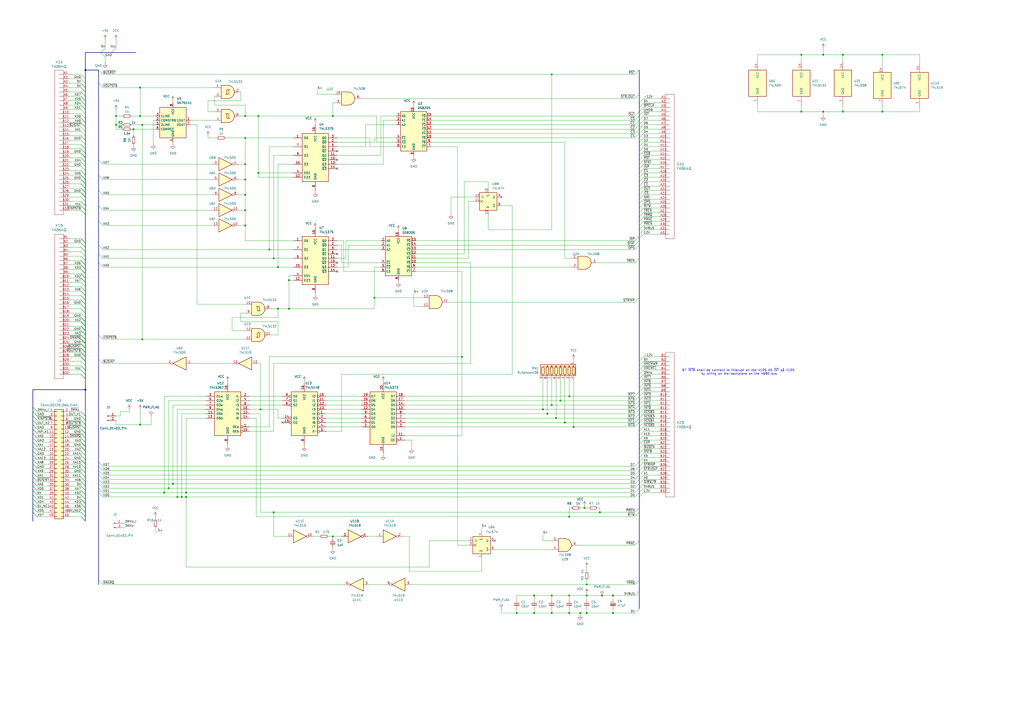
<source format=kicad_sch>
(kicad_sch
	(version 20250114)
	(generator "eeschema")
	(generator_version "9.0")
	(uuid "e1344761-a16d-4352-afe7-1fe017b9cf49")
	(paper "A2")
	(title_block
		(title "DataBoard 5076-00")
		(date "2023-10-10")
		(rev "v1.01")
		(company "SweProj")
		(comment 1 "Monty to 4680 int")
	)
	
	(text "B7 ~{INT6} shall be connect to interupt on the 4105 A5 ~{INT} på 4105 \nby wiring on the backplane on the 4680 bus"
		(exclude_from_sim no)
		(at 428.752 215.9 0)
		(effects
			(font
				(size 1.27 1.27)
			)
		)
		(uuid "805b891f-ed0c-4d60-a81a-baf6c48cd5f2")
	)
	(junction
		(at 49.53 226.06)
		(diameter 0)
		(color 0 0 0 0)
		(uuid "0248e787-6e1c-49e8-8b0b-0fc7558c67a5")
	)
	(junction
		(at 81.28 246.38)
		(diameter 0)
		(color 0 0 0 0)
		(uuid "05b763b4-6408-49b5-b87b-cda311d9b6ce")
	)
	(junction
		(at 339.09 294.64)
		(diameter 0)
		(color 0 0 0 0)
		(uuid "076d30f8-018c-402d-8d10-5dcfd3142667")
	)
	(junction
		(at 149.86 67.31)
		(diameter 0)
		(color 0 0 0 0)
		(uuid "244cec5f-57b0-4577-8df4-68a098bbbd43")
	)
	(junction
		(at 81.28 50.8)
		(diameter 0)
		(color 0 0 0 0)
		(uuid "2871969b-8769-4be0-a32e-a479d171a607")
	)
	(junction
		(at 217.17 172.72)
		(diameter 0)
		(color 0 0 0 0)
		(uuid "2aed1204-9991-4d21-9d3d-b1782b590b56")
	)
	(junction
		(at 320.04 234.95)
		(diameter 0)
		(color 0 0 0 0)
		(uuid "2f528888-c6ea-4d1f-9c69-5cb216669b09")
	)
	(junction
		(at 355.6 355.6)
		(diameter 0)
		(color 0 0 0 0)
		(uuid "35d8cc86-0511-42a3-8650-711c5366c23e")
	)
	(junction
		(at 299.72 355.6)
		(diameter 0)
		(color 0 0 0 0)
		(uuid "365dcba7-1ede-46d0-bfbb-0e40c98742de")
	)
	(junction
		(at 102.87 288.29)
		(diameter 0)
		(color 0 0 0 0)
		(uuid "3b35ce85-19d7-4a6c-a1d6-fd3efe2fa667")
	)
	(junction
		(at 488.95 31.75)
		(diameter 0)
		(color 0 0 0 0)
		(uuid "3f71e12f-9502-42fe-8fa4-76c17bf6f9ab")
	)
	(junction
		(at 488.95 64.77)
		(diameter 0)
		(color 0 0 0 0)
		(uuid "41c7bd49-d3fb-40d4-8025-9d740a1f1fb6")
	)
	(junction
		(at 193.04 67.31)
		(diameter 0)
		(color 0 0 0 0)
		(uuid "463a61d8-6573-4061-ace2-17272ca41461")
	)
	(junction
		(at 267.97 207.01)
		(diameter 0)
		(color 0 0 0 0)
		(uuid "4cd5d0fe-7726-4814-b42d-12e9eaa2c5eb")
	)
	(junction
		(at 105.41 288.29)
		(diameter 0)
		(color 0 0 0 0)
		(uuid "4d2d9c93-7574-427a-bcbc-2766a597db87")
	)
	(junction
		(at 314.96 237.49)
		(diameter 0)
		(color 0 0 0 0)
		(uuid "4e4e9243-eff3-42b4-89cc-a07be9ce7a32")
	)
	(junction
		(at 330.2 229.87)
		(diameter 0)
		(color 0 0 0 0)
		(uuid "502360e3-a7a8-451d-8409-c0be032151c1")
	)
	(junction
		(at 81.28 67.31)
		(diameter 0)
		(color 0 0 0 0)
		(uuid "536aeeca-5580-4e0e-984e-11306e10c7d8")
	)
	(junction
		(at 327.66 245.11)
		(diameter 0)
		(color 0 0 0 0)
		(uuid "58b03589-825d-4568-9d2e-19086bdcdb10")
	)
	(junction
		(at 477.52 31.75)
		(diameter 0)
		(color 0 0 0 0)
		(uuid "58eb98d7-c281-4785-bd70-f57fa4ffcbd6")
	)
	(junction
		(at 511.81 31.75)
		(diameter 0)
		(color 0 0 0 0)
		(uuid "59a0d944-b2af-4f7e-8f63-17d3a1503b5e")
	)
	(junction
		(at 340.36 345.44)
		(diameter 0)
		(color 0 0 0 0)
		(uuid "59aa40ac-4ad0-441d-b7a9-6a7cbadad7fe")
	)
	(junction
		(at 336.55 355.6)
		(diameter 0)
		(color 0 0 0 0)
		(uuid "5ce13f3b-69d9-49dd-993b-8335328d2433")
	)
	(junction
		(at 161.29 154.94)
		(diameter 0)
		(color 0 0 0 0)
		(uuid "5e59be98-c4fc-4a0e-bebe-1f5ef853b042")
	)
	(junction
		(at 317.5 240.03)
		(diameter 0)
		(color 0 0 0 0)
		(uuid "703f091a-355b-44bf-ba8c-efb457cac25d")
	)
	(junction
		(at 477.52 64.77)
		(diameter 0)
		(color 0 0 0 0)
		(uuid "742026d4-df07-4383-b04c-cadbe184b998")
	)
	(junction
		(at 100.33 280.67)
		(diameter 0)
		(color 0 0 0 0)
		(uuid "7592db09-49d4-4924-9d55-27d5340981bb")
	)
	(junction
		(at 107.95 288.29)
		(diameter 0)
		(color 0 0 0 0)
		(uuid "7a72217c-afb2-47fc-9abf-8714d39f2b34")
	)
	(junction
		(at 161.29 179.07)
		(diameter 0)
		(color 0 0 0 0)
		(uuid "7e5b2ada-dc72-4175-9977-de205741c7bc")
	)
	(junction
		(at 309.88 345.44)
		(diameter 0)
		(color 0 0 0 0)
		(uuid "863df668-b970-4b28-93c2-29ab8aecb9ba")
	)
	(junction
		(at 330.2 345.44)
		(diameter 0)
		(color 0 0 0 0)
		(uuid "875a4fdb-2964-40ff-ad73-10467ef58a3c")
	)
	(junction
		(at 511.81 64.77)
		(diameter 0)
		(color 0 0 0 0)
		(uuid "87eaac93-63a4-485f-aaed-3fb1d24ca7da")
	)
	(junction
		(at 97.79 283.21)
		(diameter 0)
		(color 0 0 0 0)
		(uuid "89d34fb8-0470-41db-a2bf-e1f261ec228e")
	)
	(junction
		(at 320.04 355.6)
		(diameter 0)
		(color 0 0 0 0)
		(uuid "8fe63b48-de2c-498e-88e6-28489917b8ae")
	)
	(junction
		(at 142.24 130.81)
		(diameter 0)
		(color 0 0 0 0)
		(uuid "92fbef43-2de5-455e-b680-b9b33ef4a881")
	)
	(junction
		(at 355.6 345.44)
		(diameter 0)
		(color 0 0 0 0)
		(uuid "94a6e341-7b90-4a89-a151-fbcd9c44d106")
	)
	(junction
		(at 330.2 355.6)
		(diameter 0)
		(color 0 0 0 0)
		(uuid "99b34b48-aefc-46c8-9da7-7925dd3e815b")
	)
	(junction
		(at 77.47 74.93)
		(diameter 0)
		(color 0 0 0 0)
		(uuid "9ac1f459-db68-4401-b018-7c2bea440953")
	)
	(junction
		(at 49.53 40.64)
		(diameter 0)
		(color 0 0 0 0)
		(uuid "9b78e78c-bfb5-45a2-9e0f-fec7ad8c0819")
	)
	(junction
		(at 142.24 113.03)
		(diameter 0)
		(color 0 0 0 0)
		(uuid "9f816032-29e2-4044-87e3-15f626160ab3")
	)
	(junction
		(at 67.31 72.39)
		(diameter 0)
		(color 0 0 0 0)
		(uuid "ae2d3e84-afce-4676-b513-c6bc572da133")
	)
	(junction
		(at 332.74 247.65)
		(diameter 0)
		(color 0 0 0 0)
		(uuid "b019e1bf-8ff3-4cf7-95bf-026af145c021")
	)
	(junction
		(at 142.24 104.14)
		(diameter 0)
		(color 0 0 0 0)
		(uuid "b0fa76ea-a212-4397-978c-b505bdca798a")
	)
	(junction
		(at 193.04 311.15)
		(diameter 0)
		(color 0 0 0 0)
		(uuid "b376419f-c74c-4466-a82c-2628c9bb67e1")
	)
	(junction
		(at 340.36 355.6)
		(diameter 0)
		(color 0 0 0 0)
		(uuid "b7faae5e-fa60-4060-97d6-c8e84614a341")
	)
	(junction
		(at 95.25 285.75)
		(diameter 0)
		(color 0 0 0 0)
		(uuid "bc9fd276-f409-482e-af5b-f6872115c91d")
	)
	(junction
		(at 158.75 149.86)
		(diameter 0)
		(color 0 0 0 0)
		(uuid "bde5f379-fcfc-49e0-a7df-dc1668ec539b")
	)
	(junction
		(at 142.24 95.25)
		(diameter 0)
		(color 0 0 0 0)
		(uuid "bf52f8c7-ae61-40c2-91f3-6e763423c660")
	)
	(junction
		(at 320.04 43.18)
		(diameter 0)
		(color 0 0 0 0)
		(uuid "bfe65633-8ae6-4e45-8383-47d5230ea082")
	)
	(junction
		(at 149.86 100.33)
		(diameter 0)
		(color 0 0 0 0)
		(uuid "c0f447b0-d538-4db2-ad79-b99289a6e89b")
	)
	(junction
		(at 347.98 297.18)
		(diameter 0)
		(color 0 0 0 0)
		(uuid "c502b7f9-7665-4e17-a0c7-60a03e9eddcc")
	)
	(junction
		(at 330.2 299.72)
		(diameter 0)
		(color 0 0 0 0)
		(uuid "c755e985-d194-4b5f-8811-d158ae813f2f")
	)
	(junction
		(at 82.55 72.39)
		(diameter 0)
		(color 0 0 0 0)
		(uuid "ca6b8ad1-5ec8-4ff6-a4d4-29b96d07bd77")
	)
	(junction
		(at 142.24 67.31)
		(diameter 0)
		(color 0 0 0 0)
		(uuid "cc14543c-c026-49ba-8e0e-722b86da38fe")
	)
	(junction
		(at 349.25 345.44)
		(diameter 0)
		(color 0 0 0 0)
		(uuid "ce90a040-e41f-4f5e-bc95-1dbdcfd15a5b")
	)
	(junction
		(at 67.31 67.31)
		(diameter 0)
		(color 0 0 0 0)
		(uuid "d0625e38-f200-46af-acbc-ac8b1c831df7")
	)
	(junction
		(at 151.13 237.49)
		(diameter 0)
		(color 0 0 0 0)
		(uuid "d0dccd0c-4e09-4027-9bdf-4e1aaef4722a")
	)
	(junction
		(at 464.82 64.77)
		(diameter 0)
		(color 0 0 0 0)
		(uuid "d1be2fa8-2492-491e-bacc-1b125f079b8a")
	)
	(junction
		(at 320.04 345.44)
		(diameter 0)
		(color 0 0 0 0)
		(uuid "d53f213e-8d37-48c3-9a1f-47923cc35ac8")
	)
	(junction
		(at 464.82 31.75)
		(diameter 0)
		(color 0 0 0 0)
		(uuid "d6b250d2-c821-4fb3-b815-58c0149bab00")
	)
	(junction
		(at 107.95 285.75)
		(diameter 0)
		(color 0 0 0 0)
		(uuid "d8cf58eb-05ae-49ad-a7c2-c5adf693f0a3")
	)
	(junction
		(at 322.58 242.57)
		(diameter 0)
		(color 0 0 0 0)
		(uuid "d904278e-3ecc-4cda-9a46-94a9afe21f7a")
	)
	(junction
		(at 325.12 232.41)
		(diameter 0)
		(color 0 0 0 0)
		(uuid "d99e1d91-20ce-4fa8-a718-b0e0b8db571c")
	)
	(junction
		(at 158.75 297.18)
		(diameter 0)
		(color 0 0 0 0)
		(uuid "da9d8871-79a0-42f2-9411-088f2f82ea4e")
	)
	(junction
		(at 340.36 339.09)
		(diameter 0)
		(color 0 0 0 0)
		(uuid "dab38522-c4d7-4334-b3af-bbf22201fcf5")
	)
	(junction
		(at 82.55 196.85)
		(diameter 0)
		(color 0 0 0 0)
		(uuid "dbe9aecd-2213-4d05-8afb-451484886798")
	)
	(junction
		(at 167.64 179.07)
		(diameter 0)
		(color 0 0 0 0)
		(uuid "dc559b71-63dd-4d60-afe6-1af294dbdd4d")
	)
	(junction
		(at 156.21 144.78)
		(diameter 0)
		(color 0 0 0 0)
		(uuid "dee762d4-b1c6-4ba0-814b-b918fe7d5971")
	)
	(junction
		(at 142.24 121.92)
		(diameter 0)
		(color 0 0 0 0)
		(uuid "ee6736de-23d0-4e8d-87d0-2997d5b9f9dc")
	)
	(junction
		(at 309.88 355.6)
		(diameter 0)
		(color 0 0 0 0)
		(uuid "f6fad894-c0ac-4004-8ab3-cbd2f9c9ce69")
	)
	(junction
		(at 167.64 162.56)
		(diameter 0)
		(color 0 0 0 0)
		(uuid "f801c657-6ced-4a58-b03d-8f558cc360b9")
	)
	(junction
		(at 142.24 80.01)
		(diameter 0)
		(color 0 0 0 0)
		(uuid "fd46a241-fe18-4a7b-a7bf-7fee70609123")
	)
	(no_connect
		(at 195.58 157.48)
		(uuid "09e04520-eccc-4f39-8ae7-935869baaedf")
	)
	(no_connect
		(at 195.58 92.71)
		(uuid "0a582aaa-687a-45b7-a409-093ac710658d")
	)
	(no_connect
		(at 195.58 87.63)
		(uuid "1b6c93b4-dbf8-418b-98dd-0722835823de")
	)
	(no_connect
		(at 195.58 152.4)
		(uuid "2b360dac-74e6-46f4-91d1-b6dad72aabb4")
	)
	(no_connect
		(at 163.83 245.11)
		(uuid "56a0eb0a-b57d-4aa4-b084-6b1ecb6e0141")
	)
	(no_connect
		(at 195.58 97.79)
		(uuid "6b5e20f7-02f4-4487-ba39-30e046acc394")
	)
	(no_connect
		(at 195.58 147.32)
		(uuid "76b99f86-79ec-447e-8a3b-de7e0eff834c")
	)
	(no_connect
		(at 290.83 114.3)
		(uuid "96fef367-56c8-4746-8e1f-85d7793b30e2")
	)
	(no_connect
		(at 287.02 313.69)
		(uuid "b52b27f9-4786-4313-bcb4-c5768e4e8763")
	)
	(bus_entry
		(at 373.38 283.21)
		(size -2.54 2.54)
		(stroke
			(width 0)
			(type default)
		)
		(uuid "00626d44-c8b8-4b38-9cde-71900294fd2e")
	)
	(bus_entry
		(at 46.99 163.83)
		(size 2.54 2.54)
		(stroke
			(width 0)
			(type default)
		)
		(uuid "00d3dff9-bb1b-4a60-b916-59bad80da8cc")
	)
	(bus_entry
		(at 373.38 85.09)
		(size -2.54 2.54)
		(stroke
			(width 0)
			(type default)
		)
		(uuid "01010636-6a17-42dd-9380-162e0e12f25b")
	)
	(bus_entry
		(at 57.15 128.27)
		(size 2.54 2.54)
		(stroke
			(width 0)
			(type default)
		)
		(uuid "017cd690-d748-4cd4-b37c-4887931a7193")
	)
	(bus_entry
		(at 21.59 292.1)
		(size -2.54 -2.54)
		(stroke
			(width 0)
			(type default)
		)
		(uuid "01c276da-ea1c-434c-9c20-906d58d35d38")
	)
	(bus_entry
		(at 21.59 274.32)
		(size -2.54 -2.54)
		(stroke
			(width 0)
			(type default)
		)
		(uuid "01e7af3a-b92a-4c78-8d85-f68f45590ab9")
	)
	(bus_entry
		(at 373.38 247.65)
		(size -2.54 2.54)
		(stroke
			(width 0)
			(type default)
		)
		(uuid "031b8c7d-43da-4ccc-a6fc-99f9fadd6342")
	)
	(bus_entry
		(at 373.38 275.59)
		(size -2.54 2.54)
		(stroke
			(width 0)
			(type default)
		)
		(uuid "03386a55-d652-4111-8401-59d94af188a8")
	)
	(bus_entry
		(at 46.99 91.44)
		(size 2.54 2.54)
		(stroke
			(width 0)
			(type default)
		)
		(uuid "03c7bd74-a880-44d5-9cfb-06f328dd7ea1")
	)
	(bus_entry
		(at 46.99 246.38)
		(size 2.54 2.54)
		(stroke
			(width 0)
			(type default)
		)
		(uuid "041591bb-fbb7-45f1-8b22-6b43ec72209c")
	)
	(bus_entry
		(at 46.99 81.28)
		(size 2.54 2.54)
		(stroke
			(width 0)
			(type default)
		)
		(uuid "051ee245-da2c-4d91-bec0-d87155db3b0c")
	)
	(bus_entry
		(at 373.38 105.41)
		(size -2.54 2.54)
		(stroke
			(width 0)
			(type default)
		)
		(uuid "0593435c-a3a6-4303-8ee1-e2f747df2db5")
	)
	(bus_entry
		(at 46.99 91.44)
		(size 2.54 2.54)
		(stroke
			(width 0)
			(type default)
		)
		(uuid "06a91598-7a99-4bf1-95fb-18942d459f97")
	)
	(bus_entry
		(at 373.38 62.23)
		(size -2.54 2.54)
		(stroke
			(width 0)
			(type default)
		)
		(uuid "07e61786-b53e-4eea-a736-399d1db323d2")
	)
	(bus_entry
		(at 21.59 279.4)
		(size -2.54 -2.54)
		(stroke
			(width 0)
			(type default)
		)
		(uuid "07e8641d-0f2a-4f0e-93b7-d69f7db98131")
	)
	(bus_entry
		(at 46.99 161.29)
		(size 2.54 2.54)
		(stroke
			(width 0)
			(type default)
		)
		(uuid "0940ac63-080f-40fb-a992-a56ae663be12")
	)
	(bus_entry
		(at 46.99 207.01)
		(size 2.54 2.54)
		(stroke
			(width 0)
			(type default)
		)
		(uuid "097d6681-8084-4981-bdfb-3dda3e61a594")
	)
	(bus_entry
		(at 46.99 48.26)
		(size 2.54 2.54)
		(stroke
			(width 0)
			(type default)
		)
		(uuid "0a57f88b-6a1e-4cf3-a03f-55d4ccfdc902")
	)
	(bus_entry
		(at 46.99 204.47)
		(size 2.54 2.54)
		(stroke
			(width 0)
			(type default)
		)
		(uuid "0b76dbbc-4e8b-4f3d-b6c1-201ca306b253")
	)
	(bus_entry
		(at 46.99 179.07)
		(size 2.54 2.54)
		(stroke
			(width 0)
			(type default)
		)
		(uuid "0c1e2bd8-f4ab-4827-bf99-02d43cf0f3dd")
	)
	(bus_entry
		(at 46.99 101.6)
		(size 2.54 2.54)
		(stroke
			(width 0)
			(type default)
		)
		(uuid "0d4c2366-f664-4261-b04e-587f987a2bd9")
	)
	(bus_entry
		(at 21.59 276.86)
		(size -2.54 -2.54)
		(stroke
			(width 0)
			(type default)
		)
		(uuid "0e0ebf8b-fc49-4929-92e4-44a6d890c5d9")
	)
	(bus_entry
		(at 373.38 72.39)
		(size -2.54 2.54)
		(stroke
			(width 0)
			(type default)
		)
		(uuid "0ebcffc0-8f68-4080-8c66-264c38c9b22f")
	)
	(bus_entry
		(at 368.3 299.72)
		(size 2.54 -2.54)
		(stroke
			(width 0)
			(type default)
		)
		(uuid "0f654034-395a-4d19-916d-a329ff744fe8")
	)
	(bus_entry
		(at 373.38 232.41)
		(size -2.54 2.54)
		(stroke
			(width 0)
			(type default)
		)
		(uuid "0f96745d-9cc4-47b0-b110-7258aa92c025")
	)
	(bus_entry
		(at 46.99 76.2)
		(size 2.54 2.54)
		(stroke
			(width 0)
			(type default)
		)
		(uuid "1078915f-6439-417b-9c09-0af14323030e")
	)
	(bus_entry
		(at 368.3 237.49)
		(size 2.54 -2.54)
		(stroke
			(width 0)
			(type default)
		)
		(uuid "10b50ae2-11a9-4577-bb67-5e34e174be8a")
	)
	(bus_entry
		(at 46.99 111.76)
		(size 2.54 2.54)
		(stroke
			(width 0)
			(type default)
		)
		(uuid "10b6aaa8-79fb-40f5-b39c-f98db5192fb8")
	)
	(bus_entry
		(at 46.99 196.85)
		(size 2.54 2.54)
		(stroke
			(width 0)
			(type default)
		)
		(uuid "111f3560-f1c8-4c76-a829-cd8de6a5d4b5")
	)
	(bus_entry
		(at 373.38 92.71)
		(size -2.54 2.54)
		(stroke
			(width 0)
			(type default)
		)
		(uuid "11347683-79b8-48fd-a357-e86bf63fa540")
	)
	(bus_entry
		(at 46.99 254)
		(size 2.54 2.54)
		(stroke
			(width 0)
			(type default)
		)
		(uuid "11d3c47a-0973-48c6-bb9b-cdbe3139fe76")
	)
	(bus_entry
		(at 46.99 151.13)
		(size 2.54 2.54)
		(stroke
			(width 0)
			(type default)
		)
		(uuid "135f014e-2d53-484b-914a-bcc89846cf8d")
	)
	(bus_entry
		(at 46.99 140.97)
		(size 2.54 2.54)
		(stroke
			(width 0)
			(type default)
		)
		(uuid "13633ca1-340c-41d8-a17e-34bcbdfcedfc")
	)
	(bus_entry
		(at 21.59 246.38)
		(size -2.54 -2.54)
		(stroke
			(width 0)
			(type default)
		)
		(uuid "1367a8d8-9045-4cf3-9379-85d14dde0422")
	)
	(bus_entry
		(at 46.99 68.58)
		(size 2.54 2.54)
		(stroke
			(width 0)
			(type default)
		)
		(uuid "139f2953-845c-4e83-a240-dc9aa7b98803")
	)
	(bus_entry
		(at 368.3 288.29)
		(size 2.54 -2.54)
		(stroke
			(width 0)
			(type default)
		)
		(uuid "1492a306-e0c8-44e7-92ec-713cba0da2fb")
	)
	(bus_entry
		(at 46.99 246.38)
		(size 2.54 2.54)
		(stroke
			(width 0)
			(type default)
		)
		(uuid "14e31da1-4a0f-4050-a56a-8bcae3701054")
	)
	(bus_entry
		(at 373.38 107.95)
		(size -2.54 2.54)
		(stroke
			(width 0)
			(type default)
		)
		(uuid "150e2540-5141-45d1-8fcc-ec13bc1102d8")
	)
	(bus_entry
		(at 46.99 156.21)
		(size 2.54 2.54)
		(stroke
			(width 0)
			(type default)
		)
		(uuid "15fd0750-caf0-4cd4-a8c1-fc91f704268b")
	)
	(bus_entry
		(at 21.59 299.72)
		(size -2.54 -2.54)
		(stroke
			(width 0)
			(type default)
		)
		(uuid "160a398b-b270-4563-9812-c8014ee4bdbb")
	)
	(bus_entry
		(at 46.99 71.12)
		(size 2.54 2.54)
		(stroke
			(width 0)
			(type default)
		)
		(uuid "1672067c-cc7e-4e91-a084-d1292833cc55")
	)
	(bus_entry
		(at 373.38 212.09)
		(size -2.54 2.54)
		(stroke
			(width 0)
			(type default)
		)
		(uuid "16784260-93bf-498e-8645-d92f98054600")
	)
	(bus_entry
		(at 368.3 57.15)
		(size 2.54 -2.54)
		(stroke
			(width 0)
			(type default)
		)
		(uuid "16e98c12-45af-4f12-a381-c9e28ca5a7e2")
	)
	(bus_entry
		(at 46.99 161.29)
		(size 2.54 2.54)
		(stroke
			(width 0)
			(type default)
		)
		(uuid "180497e6-0dec-4857-8da1-41c9fd29c24f")
	)
	(bus_entry
		(at 46.99 111.76)
		(size 2.54 2.54)
		(stroke
			(width 0)
			(type default)
		)
		(uuid "1863c0bc-0297-4b3f-8d89-36e432bc6394")
	)
	(bus_entry
		(at 46.99 101.6)
		(size 2.54 2.54)
		(stroke
			(width 0)
			(type default)
		)
		(uuid "18763c10-a0ec-4bcb-9ee3-deab99849a9b")
	)
	(bus_entry
		(at 46.99 153.67)
		(size 2.54 2.54)
		(stroke
			(width 0)
			(type default)
		)
		(uuid "1903439a-37e1-4847-a3c9-1a1a83fef5ba")
	)
	(bus_entry
		(at 46.99 109.22)
		(size 2.54 2.54)
		(stroke
			(width 0)
			(type default)
		)
		(uuid "19c34264-3bbc-44b3-a571-af40ad80a33b")
	)
	(bus_entry
		(at 57.15 273.05)
		(size 2.54 2.54)
		(stroke
			(width 0)
			(type default)
		)
		(uuid "19d59bf2-1ac4-4653-9454-51b64733611c")
	)
	(bus_entry
		(at 46.99 271.78)
		(size 2.54 2.54)
		(stroke
			(width 0)
			(type default)
		)
		(uuid "1a4cee83-a250-4104-b167-1ab56f8498c5")
	)
	(bus_entry
		(at 46.99 50.8)
		(size 2.54 2.54)
		(stroke
			(width 0)
			(type default)
		)
		(uuid "1a93bada-4844-452e-99d6-c620d51adafc")
	)
	(bus_entry
		(at 46.99 191.77)
		(size 2.54 2.54)
		(stroke
			(width 0)
			(type default)
		)
		(uuid "1c22a299-fc05-4dcb-a78b-7c836185f9fc")
	)
	(bus_entry
		(at 46.99 194.31)
		(size 2.54 2.54)
		(stroke
			(width 0)
			(type default)
		)
		(uuid "1c7129e4-56e0-4f34-ae92-a77fecaef49f")
	)
	(bus_entry
		(at 46.99 266.7)
		(size 2.54 2.54)
		(stroke
			(width 0)
			(type default)
		)
		(uuid "1ce85a2d-9093-441f-a80d-45b1093fd122")
	)
	(bus_entry
		(at 46.99 104.14)
		(size 2.54 2.54)
		(stroke
			(width 0)
			(type default)
		)
		(uuid "1d75b0cf-a08e-43d0-8dd7-cb5eb618a155")
	)
	(bus_entry
		(at 46.99 86.36)
		(size 2.54 2.54)
		(stroke
			(width 0)
			(type default)
		)
		(uuid "1d87f935-40e6-45e1-927a-54a2e971f946")
	)
	(bus_entry
		(at 368.3 297.18)
		(size 2.54 -2.54)
		(stroke
			(width 0)
			(type default)
		)
		(uuid "1e078c91-a23f-4a1a-93d2-86d8e9283bdd")
	)
	(bus_entry
		(at 46.99 212.09)
		(size 2.54 2.54)
		(stroke
			(width 0)
			(type default)
		)
		(uuid "1e2dcca7-660f-4c28-bd86-ec74edf7dfd1")
	)
	(bus_entry
		(at 46.99 256.54)
		(size 2.54 2.54)
		(stroke
			(width 0)
			(type default)
		)
		(uuid "1e6e4ebf-2373-488c-ad95-728f584442b0")
	)
	(bus_entry
		(at 46.99 207.01)
		(size 2.54 2.54)
		(stroke
			(width 0)
			(type default)
		)
		(uuid "1e9bc929-916a-4d38-bd1b-6ad6f6457cfb")
	)
	(bus_entry
		(at 46.99 287.02)
		(size 2.54 2.54)
		(stroke
			(width 0)
			(type default)
		)
		(uuid "1f116560-5cbf-4686-9c7a-645e0e57acaa")
	)
	(bus_entry
		(at 46.99 207.01)
		(size 2.54 2.54)
		(stroke
			(width 0)
			(type default)
		)
		(uuid "1f138f43-3f25-4248-baf6-b3ac0e717bff")
	)
	(bus_entry
		(at 46.99 58.42)
		(size 2.54 2.54)
		(stroke
			(width 0)
			(type default)
		)
		(uuid "21108084-5c42-43d3-b9c2-a4b6426bba5d")
	)
	(bus_entry
		(at 46.99 189.23)
		(size 2.54 2.54)
		(stroke
			(width 0)
			(type default)
		)
		(uuid "216192d2-cf6c-4d39-aab9-a2dfaad5326b")
	)
	(bus_entry
		(at 46.99 194.31)
		(size 2.54 2.54)
		(stroke
			(width 0)
			(type default)
		)
		(uuid "2195968f-4ef0-47e7-8f74-b0856cb8eb5e")
	)
	(bus_entry
		(at 368.3 152.4)
		(size 2.54 -2.54)
		(stroke
			(width 0)
			(type default)
		)
		(uuid "21ad1ee0-5c1a-4f58-8e42-c7a00911646a")
	)
	(bus_entry
		(at 21.59 254)
		(size -2.54 -2.54)
		(stroke
			(width 0)
			(type default)
		)
		(uuid "223620f5-8696-4c0f-a812-ea7efe9056f3")
	)
	(bus_entry
		(at 46.99 243.84)
		(size 2.54 2.54)
		(stroke
			(width 0)
			(type default)
		)
		(uuid "22f337ed-98dd-4f67-a1ae-393735204df5")
	)
	(bus_entry
		(at 373.38 257.81)
		(size -2.54 2.54)
		(stroke
			(width 0)
			(type default)
		)
		(uuid "2434477b-ac75-4d2b-ab66-b594f555c606")
	)
	(bus_entry
		(at 46.99 138.43)
		(size 2.54 2.54)
		(stroke
			(width 0)
			(type default)
		)
		(uuid "24767407-a575-4076-a4b0-9d6790043f65")
	)
	(bus_entry
		(at 46.99 55.88)
		(size 2.54 2.54)
		(stroke
			(width 0)
			(type default)
		)
		(uuid "2548ffc4-183b-4af0-a1ff-7bc0ab2225b0")
	)
	(bus_entry
		(at 46.99 259.08)
		(size 2.54 2.54)
		(stroke
			(width 0)
			(type default)
		)
		(uuid "2598968d-60a0-4a59-9aba-2582c2ed4065")
	)
	(bus_entry
		(at 21.59 266.7)
		(size -2.54 -2.54)
		(stroke
			(width 0)
			(type default)
		)
		(uuid "25bbf8af-a1d4-44e9-88af-ed8a5d437ebb")
	)
	(bus_entry
		(at 373.38 133.35)
		(size -2.54 2.54)
		(stroke
			(width 0)
			(type default)
		)
		(uuid "25c19b93-6600-4790-952e-d53e167fd1ec")
	)
	(bus_entry
		(at 58.42 30.48)
		(size 2.54 -2.54)
		(stroke
			(width 0)
			(type default)
		)
		(uuid "27212589-8ff6-4573-af04-7544fc54afa8")
	)
	(bus_entry
		(at 46.99 248.92)
		(size 2.54 2.54)
		(stroke
			(width 0)
			(type default)
		)
		(uuid "2779c4dd-d22d-4bda-9871-557cc49b7845")
	)
	(bus_entry
		(at 46.99 292.1)
		(size 2.54 2.54)
		(stroke
			(width 0)
			(type default)
		)
		(uuid "27b2faf0-dfaa-43f1-bdca-f6ef87047d64")
	)
	(bus_entry
		(at 21.59 238.76)
		(size -2.54 -2.54)
		(stroke
			(width 0)
			(type default)
		)
		(uuid "285940c4-8c93-4f67-a547-5b882ddb4f58")
	)
	(bus_entry
		(at 46.99 274.32)
		(size 2.54 2.54)
		(stroke
			(width 0)
			(type default)
		)
		(uuid "28f9be8d-b106-4d3d-b090-97a9db1b4447")
	)
	(bus_entry
		(at 46.99 256.54)
		(size 2.54 2.54)
		(stroke
			(width 0)
			(type default)
		)
		(uuid "2950bf02-f288-41aa-88ac-b6ebc7a545b2")
	)
	(bus_entry
		(at 46.99 78.74)
		(size 2.54 2.54)
		(stroke
			(width 0)
			(type default)
		)
		(uuid "2962df16-b266-4d3c-a2d0-31770a49f0c6")
	)
	(bus_entry
		(at 373.38 262.89)
		(size -2.54 2.54)
		(stroke
			(width 0)
			(type default)
		)
		(uuid "29778652-1cb4-48a4-bdeb-debe2291faa5")
	)
	(bus_entry
		(at 46.99 297.18)
		(size 2.54 2.54)
		(stroke
			(width 0)
			(type default)
		)
		(uuid "29dc60e2-006f-4aca-90c8-9a1cae72a1ee")
	)
	(bus_entry
		(at 46.99 196.85)
		(size 2.54 2.54)
		(stroke
			(width 0)
			(type default)
		)
		(uuid "2a8d5b9d-a0f4-4418-9042-3eaf4c2f8f82")
	)
	(bus_entry
		(at 46.99 248.92)
		(size 2.54 2.54)
		(stroke
			(width 0)
			(type default)
		)
		(uuid "2c5ebd50-08e3-4c29-8948-7d8088246260")
	)
	(bus_entry
		(at 46.99 217.17)
		(size 2.54 2.54)
		(stroke
			(width 0)
			(type default)
		)
		(uuid "2ebd8d8e-e7bf-455b-852d-f15030a16962")
	)
	(bus_entry
		(at 46.99 297.18)
		(size 2.54 2.54)
		(stroke
			(width 0)
			(type default)
		)
		(uuid "2ec1d3a2-eed6-465f-abce-9ab7d49e4f03")
	)
	(bus_entry
		(at 368.3 74.93)
		(size 2.54 -2.54)
		(stroke
			(width 0)
			(type default)
		)
		(uuid "2f651ebf-704b-44f7-8474-054047fd2984")
	)
	(bus_entry
		(at 21.59 243.84)
		(size -2.54 -2.54)
		(stroke
			(width 0)
			(type default)
		)
		(uuid "2fd6dbec-a21c-417c-97d2-ee742c3523bc")
	)
	(bus_entry
		(at 46.99 292.1)
		(size 2.54 2.54)
		(stroke
			(width 0)
			(type default)
		)
		(uuid "2fd6e204-635e-415c-bfe5-946789b0c7ee")
	)
	(bus_entry
		(at 21.59 287.02)
		(size -2.54 -2.54)
		(stroke
			(width 0)
			(type default)
		)
		(uuid "313e1e09-01b5-4d7c-a9bf-c2a8581d0a36")
	)
	(bus_entry
		(at 46.99 256.54)
		(size 2.54 2.54)
		(stroke
			(width 0)
			(type default)
		)
		(uuid "3184ec14-83f3-4311-bc22-d5107b134624")
	)
	(bus_entry
		(at 46.99 83.82)
		(size 2.54 2.54)
		(stroke
			(width 0)
			(type default)
		)
		(uuid "32b5501b-877c-45e3-a306-4caf69ac474d")
	)
	(bus_entry
		(at 46.99 181.61)
		(size 2.54 2.54)
		(stroke
			(width 0)
			(type default)
		)
		(uuid "32ce7ec4-27d5-412f-86a8-ae55e659bce0")
	)
	(bus_entry
		(at 21.59 251.46)
		(size -2.54 -2.54)
		(stroke
			(width 0)
			(type default)
		)
		(uuid "32e9ed9c-5694-488b-b227-acac4738aa43")
	)
	(bus_entry
		(at 57.15 275.59)
		(size 2.54 2.54)
		(stroke
			(width 0)
			(type default)
		)
		(uuid "3367f88c-beb1-4921-8a4f-767c66836d95")
	)
	(bus_entry
		(at 373.38 82.55)
		(size -2.54 2.54)
		(stroke
			(width 0)
			(type default)
		)
		(uuid "33a44909-5efc-45c3-9ccd-f654d2535065")
	)
	(bus_entry
		(at 373.38 115.57)
		(size -2.54 2.54)
		(stroke
			(width 0)
			(type default)
		)
		(uuid "33e62bc8-1a75-4691-acec-8d0bf228a7a0")
	)
	(bus_entry
		(at 46.99 104.14)
		(size 2.54 2.54)
		(stroke
			(width 0)
			(type default)
		)
		(uuid "341cd6a1-838e-4b28-9e59-735c0c7ae3a8")
	)
	(bus_entry
		(at 46.99 45.72)
		(size 2.54 2.54)
		(stroke
			(width 0)
			(type default)
		)
		(uuid "34dacd57-0856-4830-9ec6-142189317342")
	)
	(bus_entry
		(at 46.99 93.98)
		(size 2.54 2.54)
		(stroke
			(width 0)
			(type default)
		)
		(uuid "350a9437-3a3d-4762-a01c-aa629a128dcd")
	)
	(bus_entry
		(at 21.59 261.62)
		(size -2.54 -2.54)
		(stroke
			(width 0)
			(type default)
		)
		(uuid "35ea7997-a48c-4568-8fc1-68f8f48229f6")
	)
	(bus_entry
		(at 46.99 43.18)
		(size 2.54 2.54)
		(stroke
			(width 0)
			(type default)
		)
		(uuid "3757fc29-e979-4724-a6d9-c33e01c28ac4")
	)
	(bus_entry
		(at 21.59 259.08)
		(size -2.54 -2.54)
		(stroke
			(width 0)
			(type default)
		)
		(uuid "380840bd-5c2c-4863-b6d9-15f45867c5bf")
	)
	(bus_entry
		(at 21.59 241.3)
		(size -2.54 -2.54)
		(stroke
			(width 0)
			(type default)
		)
		(uuid "3828a0d9-d8b9-4898-8474-c0cb93308de7")
	)
	(bus_entry
		(at 60.96 33.02)
		(size -2.54 -2.54)
		(stroke
			(width 0)
			(type default)
		)
		(uuid "387654d5-80d2-46d9-8cd5-7f208f8856d5")
	)
	(bus_entry
		(at 46.99 238.76)
		(size 2.54 2.54)
		(stroke
			(width 0)
			(type default)
		)
		(uuid "38d4f8e4-ca47-4de2-aed5-296079b6f830")
	)
	(bus_entry
		(at 46.99 201.93)
		(size 2.54 2.54)
		(stroke
			(width 0)
			(type default)
		)
		(uuid "38e65adc-e2e5-4202-b4ff-fb964959940b")
	)
	(bus_entry
		(at 21.59 299.72)
		(size -2.54 -2.54)
		(stroke
			(width 0)
			(type default)
		)
		(uuid "39aaaa38-609c-4ebe-8807-6fa015137c0e")
	)
	(bus_entry
		(at 368.3 234.95)
		(size 2.54 -2.54)
		(stroke
			(width 0)
			(type default)
		)
		(uuid "39bf5ea4-8a66-440b-9970-83032b783066")
	)
	(bus_entry
		(at 57.15 267.97)
		(size 2.54 2.54)
		(stroke
			(width 0)
			(type default)
		)
		(uuid "3a33b77d-520a-4245-ad82-aad1cade0e77")
	)
	(bus_entry
		(at 373.38 280.67)
		(size -2.54 2.54)
		(stroke
			(width 0)
			(type default)
		)
		(uuid "3a4ebfa4-0877-4ac3-b0a2-bed0f49cb978")
	)
	(bus_entry
		(at 46.99 101.6)
		(size 2.54 2.54)
		(stroke
			(width 0)
			(type default)
		)
		(uuid "3ac78842-b82f-40ea-8f07-dbbb33f4013a")
	)
	(bus_entry
		(at 368.3 77.47)
		(size 2.54 -2.54)
		(stroke
			(width 0)
			(type default)
		)
		(uuid "3adabfd9-0611-40a4-870b-1277e0cc9612")
	)
	(bus_entry
		(at 21.59 276.86)
		(size -2.54 -2.54)
		(stroke
			(width 0)
			(type default)
		)
		(uuid "3b76a28c-9e70-4359-9ca6-fd325696d966")
	)
	(bus_entry
		(at 46.99 161.29)
		(size 2.54 2.54)
		(stroke
			(width 0)
			(type default)
		)
		(uuid "3c23edf2-00d5-4a0d-a4d8-3f4fca4ffc37")
	)
	(bus_entry
		(at 46.99 266.7)
		(size 2.54 2.54)
		(stroke
			(width 0)
			(type default)
		)
		(uuid "3c5bd003-a40c-4c22-9d5d-4961ebb6e862")
	)
	(bus_entry
		(at 21.59 256.54)
		(size -2.54 -2.54)
		(stroke
			(width 0)
			(type default)
		)
		(uuid "3c68256e-b1e5-48c0-a5cd-5548c42da3d7")
	)
	(bus_entry
		(at 46.99 55.88)
		(size 2.54 2.54)
		(stroke
			(width 0)
			(type default)
		)
		(uuid "3cf6f733-5ba4-4898-8c43-65bcdbe93104")
	)
	(bus_entry
		(at 46.99 199.39)
		(size 2.54 2.54)
		(stroke
			(width 0)
			(type default)
		)
		(uuid "3ddbfc5c-4b17-4a17-9baa-f4f40103b702")
	)
	(bus_entry
		(at 46.99 166.37)
		(size 2.54 2.54)
		(stroke
			(width 0)
			(type default)
		)
		(uuid "3deb1f7c-516a-48a3-818b-b961a5aaa518")
	)
	(bus_entry
		(at 21.59 281.94)
		(size -2.54 -2.54)
		(stroke
			(width 0)
			(type default)
		)
		(uuid "3f473e37-ee12-4131-aaca-ef51ea8143c1")
	)
	(bus_entry
		(at 46.99 259.08)
		(size 2.54 2.54)
		(stroke
			(width 0)
			(type default)
		)
		(uuid "3ff3a47e-c2d5-46ab-977c-b10226e85fff")
	)
	(bus_entry
		(at 46.99 199.39)
		(size 2.54 2.54)
		(stroke
			(width 0)
			(type default)
		)
		(uuid "40b73d98-f3a1-47fe-81b9-26da153f236e")
	)
	(bus_entry
		(at 46.99 191.77)
		(size 2.54 2.54)
		(stroke
			(width 0)
			(type default)
		)
		(uuid "413f3597-d0bd-451d-b357-ef8e6e1800da")
	)
	(bus_entry
		(at 21.59 238.76)
		(size -2.54 -2.54)
		(stroke
			(width 0)
			(type default)
		)
		(uuid "4171041b-24bc-4bb9-a42a-da5d4bf65cce")
	)
	(bus_entry
		(at 21.59 269.24)
		(size -2.54 -2.54)
		(stroke
			(width 0)
			(type default)
		)
		(uuid "418ce37a-2839-472f-9e3d-9e5ee02dbead")
	)
	(bus_entry
		(at 46.99 254)
		(size 2.54 2.54)
		(stroke
			(width 0)
			(type default)
		)
		(uuid "419b60db-276c-4645-8103-6514fda53534")
	)
	(bus_entry
		(at 21.59 248.92)
		(size -2.54 -2.54)
		(stroke
			(width 0)
			(type default)
		)
		(uuid "41d7fcd7-5c7c-4708-9371-09a3060a98d9")
	)
	(bus_entry
		(at 368.3 283.21)
		(size 2.54 -2.54)
		(stroke
			(width 0)
			(type default)
		)
		(uuid "424d5095-8b18-4cee-877d-57aebbc7a6b3")
	)
	(bus_entry
		(at 368.3 69.85)
		(size 2.54 -2.54)
		(stroke
			(width 0)
			(type default)
		)
		(uuid "425ca748-e295-4d3e-b9fb-7a69c8e0ab29")
	)
	(bus_entry
		(at 373.38 120.65)
		(size -2.54 2.54)
		(stroke
			(width 0)
			(type default)
		)
		(uuid "42fed9bf-863c-423c-a913-47a5194aa7f3")
	)
	(bus_entry
		(at 46.99 151.13)
		(size 2.54 2.54)
		(stroke
			(width 0)
			(type default)
		)
		(uuid "4392f26a-a7b8-459c-b930-bb8a8e3da582")
	)
	(bus_entry
		(at 368.3 273.05)
		(size 2.54 -2.54)
		(stroke
			(width 0)
			(type default)
		)
		(uuid "43cb0c0b-b1af-475a-adf1-204dc1ceddb4")
	)
	(bus_entry
		(at 46.99 204.47)
		(size 2.54 2.54)
		(stroke
			(width 0)
			(type default)
		)
		(uuid "447e3886-0a16-4470-8cd8-53149baba9e0")
	)
	(bus_entry
		(at 373.38 234.95)
		(size -2.54 2.54)
		(stroke
			(width 0)
			(type default)
		)
		(uuid "44990fda-78c9-4d67-b2b5-8fa0085dc1dd")
	)
	(bus_entry
		(at 46.99 199.39)
		(size 2.54 2.54)
		(stroke
			(width 0)
			(type default)
		)
		(uuid "450c4136-1cbb-4f49-99d9-b4b5af2c2baa")
	)
	(bus_entry
		(at 46.99 196.85)
		(size 2.54 2.54)
		(stroke
			(width 0)
			(type default)
		)
		(uuid "46189da3-b16f-4a2d-bf00-88a15d0ad4e4")
	)
	(bus_entry
		(at 373.38 95.25)
		(size -2.54 2.54)
		(stroke
			(width 0)
			(type default)
		)
		(uuid "46d30a5e-4ff2-4822-84e1-9e0aa0081e33")
	)
	(bus_entry
		(at 21.59 284.48)
		(size -2.54 -2.54)
		(stroke
			(width 0)
			(type default)
		)
		(uuid "47f5c9d1-4e94-4e70-9517-a9fe767ed20e")
	)
	(bus_entry
		(at 46.99 99.06)
		(size 2.54 2.54)
		(stroke
			(width 0)
			(type default)
		)
		(uuid "4859695f-7a52-4f34-b37c-20adef611ee6")
	)
	(bus_entry
		(at 46.99 248.92)
		(size 2.54 2.54)
		(stroke
			(width 0)
			(type default)
		)
		(uuid "4887b0df-6caf-4d5e-b648-1b8e0d701cad")
	)
	(bus_entry
		(at 46.99 274.32)
		(size 2.54 2.54)
		(stroke
			(width 0)
			(type default)
		)
		(uuid "48952063-1497-4d14-8fd5-acea618a5cee")
	)
	(bus_entry
		(at 46.99 116.84)
		(size 2.54 2.54)
		(stroke
			(width 0)
			(type default)
		)
		(uuid "48c7fcf8-3a59-40a0-a2e9-5e205c34f956")
	)
	(bus_entry
		(at 368.3 72.39)
		(size 2.54 -2.54)
		(stroke
			(width 0)
			(type default)
		)
		(uuid "48df48c6-3f7c-416a-be98-6584db4a3390")
	)
	(bus_entry
		(at 21.59 254)
		(size -2.54 -2.54)
		(stroke
			(width 0)
			(type default)
		)
		(uuid "495a8bd2-379d-4c73-91bb-563725db8a55")
	)
	(bus_entry
		(at 21.59 264.16)
		(size -2.54 -2.54)
		(stroke
			(width 0)
			(type default)
		)
		(uuid "4aea5074-ffe6-46dc-b4bd-264c6b7af3af")
	)
	(bus_entry
		(at 46.99 53.34)
		(size 2.54 2.54)
		(stroke
			(width 0)
			(type default)
		)
		(uuid "4af666ea-a427-491c-a44c-7187cb6469b8")
	)
	(bus_entry
		(at 373.38 128.27)
		(size -2.54 2.54)
		(stroke
			(width 0)
			(type default)
		)
		(uuid "4bfa998a-63df-486c-beb9-b4fd8ca82c96")
	)
	(bus_entry
		(at 373.38 270.51)
		(size -2.54 2.54)
		(stroke
			(width 0)
			(type default)
		)
		(uuid "4c1f70dc-9295-4f1e-b8c6-4a5a9667050a")
	)
	(bus_entry
		(at 46.99 189.23)
		(size 2.54 2.54)
		(stroke
			(width 0)
			(type default)
		)
		(uuid "4cbd3cd3-2a43-4cbd-be47-e169397bad2c")
	)
	(bus_entry
		(at 57.15 142.24)
		(size 2.54 2.54)
		(stroke
			(width 0)
			(type default)
		)
		(uuid "4cda1c6e-27d2-4210-a8c9-515f3e12fd5f")
	)
	(bus_entry
		(at 368.3 280.67)
		(size 2.54 -2.54)
		(stroke
			(width 0)
			(type default)
		)
		(uuid "4da7c820-093f-4495-bad6-708fdb6bbc89")
	)
	(bus_entry
		(at 373.38 77.47)
		(size -2.54 2.54)
		(stroke
			(width 0)
			(type default)
		)
		(uuid "4de8ad98-ea1c-4325-8d8c-43cd9d1515a1")
	)
	(bus_entry
		(at 368.3 275.59)
		(size 2.54 -2.54)
		(stroke
			(width 0)
			(type default)
		)
		(uuid "4e974353-3a4a-4193-84fb-b1a85ef2cb9b")
	)
	(bus_entry
		(at 21.59 279.4)
		(size -2.54 -2.54)
		(stroke
			(width 0)
			(type default)
		)
		(uuid "4feeb057-e13c-4317-9f76-8c465ffccbc9")
	)
	(bus_entry
		(at 46.99 184.15)
		(size 2.54 2.54)
		(stroke
			(width 0)
			(type default)
		)
		(uuid "4ffc3cda-2af7-4ed3-8b92-9f66ce907386")
	)
	(bus_entry
		(at 46.99 248.92)
		(size 2.54 2.54)
		(stroke
			(width 0)
			(type default)
		)
		(uuid "50923a0c-aef5-4297-9b39-4c9e9df55ad8")
	)
	(bus_entry
		(at 46.99 168.91)
		(size 2.54 2.54)
		(stroke
			(width 0)
			(type default)
		)
		(uuid "51cc21fd-3de7-4d42-a629-1a17f7d4a1e4")
	)
	(bus_entry
		(at 46.99 194.31)
		(size 2.54 2.54)
		(stroke
			(width 0)
			(type default)
		)
		(uuid "528483bd-58e6-438e-aa54-e9d4ebc88ee1")
	)
	(bus_entry
		(at 57.15 40.64)
		(size 2.54 2.54)
		(stroke
			(width 0)
			(type default)
		)
		(uuid "530b1d8e-e115-42fd-9cab-aa3e30413011")
	)
	(bus_entry
		(at 46.99 106.68)
		(size 2.54 2.54)
		(stroke
			(width 0)
			(type default)
		)
		(uuid "53f5badf-98b7-4bab-b057-b2585950e157")
	)
	(bus_entry
		(at 21.59 266.7)
		(size -2.54 -2.54)
		(stroke
			(width 0)
			(type default)
		)
		(uuid "546d4f34-e858-40f9-ae75-b5821df6b563")
	)
	(bus_entry
		(at 373.38 57.15)
		(size -2.54 2.54)
		(stroke
			(width 0)
			(type default)
		)
		(uuid "54978c8e-c048-470f-b5a8-87059742b891")
	)
	(bus_entry
		(at 46.99 101.6)
		(size 2.54 2.54)
		(stroke
			(width 0)
			(type default)
		)
		(uuid "562226de-7aff-4bef-a4db-4dad950223d4")
	)
	(bus_entry
		(at 373.38 267.97)
		(size -2.54 2.54)
		(stroke
			(width 0)
			(type default)
		)
		(uuid "56cb32ea-4b49-4995-bbfe-886231905ae1")
	)
	(bus_entry
		(at 46.99 194.31)
		(size 2.54 2.54)
		(stroke
			(width 0)
			(type default)
		)
		(uuid "57276792-8517-4add-a2dd-adfef7457111")
	)
	(bus_entry
		(at 368.3 270.51)
		(size 2.54 -2.54)
		(stroke
			(width 0)
			(type default)
		)
		(uuid "573558ec-322a-4ae4-9cd4-861d4823b150")
	)
	(bus_entry
		(at 46.99 153.67)
		(size 2.54 2.54)
		(stroke
			(width 0)
			(type default)
		)
		(uuid "57409178-1e12-4224-96e5-7f2f1cd502cb")
	)
	(bus_entry
		(at 46.99 66.04)
		(size 2.54 2.54)
		(stroke
			(width 0)
			(type default)
		)
		(uuid "58e87849-b1a2-405f-aab6-b64bc294985c")
	)
	(bus_entry
		(at 21.59 259.08)
		(size -2.54 -2.54)
		(stroke
			(width 0)
			(type default)
		)
		(uuid "591f913b-86d9-4427-8208-38d996e4129f")
	)
	(bus_entry
		(at 373.38 118.11)
		(size -2.54 2.54)
		(stroke
			(width 0)
			(type default)
		)
		(uuid "5a99b870-f390-4355-85e3-41cb54a3a327")
	)
	(bus_entry
		(at 373.38 278.13)
		(size -2.54 2.54)
		(stroke
			(width 0)
			(type default)
		)
		(uuid "5bc700e2-0031-4b2a-ba26-fbc635732156")
	)
	(bus_entry
		(at 46.99 146.05)
		(size 2.54 2.54)
		(stroke
			(width 0)
			(type default)
		)
		(uuid "5c3297a9-be8f-4cc7-aa88-3c279b81c349")
	)
	(bus_entry
		(at 46.99 156.21)
		(size 2.54 2.54)
		(stroke
			(width 0)
			(type default)
		)
		(uuid "5c956e3d-b18c-4484-aa33-d6fd63045160")
	)
	(bus_entry
		(at 368.3 80.01)
		(size 2.54 -2.54)
		(stroke
			(width 0)
			(type default)
		)
		(uuid "5d1542d2-842c-46a5-b2f5-5a5bb465d92e")
	)
	(bus_entry
		(at 57.15 208.28)
		(size 2.54 2.54)
		(stroke
			(width 0)
			(type default)
		)
		(uuid "5e0006aa-ceb4-4516-9f43-22d0593786f1")
	)
	(bus_entry
		(at 368.3 144.78)
		(size 2.54 -2.54)
		(stroke
			(width 0)
			(type default)
		)
		(uuid "5f867e0e-a923-4db1-9843-f4684abfb7ed")
	)
	(bus_entry
		(at 46.99 173.99)
		(size 2.54 2.54)
		(stroke
			(width 0)
			(type default)
		)
		(uuid "5fcdba7f-c1ec-4166-a063-d2551466f78c")
	)
	(bus_entry
		(at 46.99 186.69)
		(size 2.54 2.54)
		(stroke
			(width 0)
			(type default)
		)
		(uuid "5ffe9477-d7d9-4a78-b62c-09fa7efd47ac")
	)
	(bus_entry
		(at 46.99 196.85)
		(size 2.54 2.54)
		(stroke
			(width 0)
			(type default)
		)
		(uuid "617364e2-b9f2-47ee-ad9a-240289491ab2")
	)
	(bus_entry
		(at 368.3 339.09)
		(size 2.54 -2.54)
		(stroke
			(width 0)
			(type default)
		)
		(uuid "617a97da-0613-438c-8524-57483ccbe57a")
	)
	(bus_entry
		(at 373.38 237.49)
		(size -2.54 2.54)
		(stroke
			(width 0)
			(type default)
		)
		(uuid "61c3a101-0ce8-4e5a-83d3-8fb7c83921a8")
	)
	(bus_entry
		(at 46.99 153.67)
		(size 2.54 2.54)
		(stroke
			(width 0)
			(type default)
		)
		(uuid "6327393b-be79-4d8c-a969-9a833326411b")
	)
	(bus_entry
		(at 373.38 242.57)
		(size -2.54 2.54)
		(stroke
			(width 0)
			(type default)
		)
		(uuid "643fd9e1-a5c3-44ea-b759-7ffd76a47f49")
	)
	(bus_entry
		(at 57.15 48.26)
		(size 2.54 2.54)
		(stroke
			(width 0)
			(type default)
		)
		(uuid "65402f33-5c53-4aad-9ccd-3ba990b9405e")
	)
	(bus_entry
		(at 46.99 284.48)
		(size 2.54 2.54)
		(stroke
			(width 0)
			(type default)
		)
		(uuid "6681d5ce-ad69-4b25-9fe1-1dd7f79ea882")
	)
	(bus_entry
		(at 46.99 173.99)
		(size 2.54 2.54)
		(stroke
			(width 0)
			(type default)
		)
		(uuid "66dfa170-fba9-44aa-9c06-5dc545c6fa14")
	)
	(bus_entry
		(at 46.99 119.38)
		(size 2.54 2.54)
		(stroke
			(width 0)
			(type default)
		)
		(uuid "6745fc1c-1b41-44f1-ad04-2ad4809f3508")
	)
	(bus_entry
		(at 21.59 271.78)
		(size -2.54 -2.54)
		(stroke
			(width 0)
			(type default)
		)
		(uuid "67465f29-ef5a-46c1-a2f6-391f81022155")
	)
	(bus_entry
		(at 46.99 209.55)
		(size 2.54 2.54)
		(stroke
			(width 0)
			(type default)
		)
		(uuid "68e913e8-45bb-4272-a163-44cbc7d5d489")
	)
	(bus_entry
		(at 373.38 209.55)
		(size -2.54 2.54)
		(stroke
			(width 0)
			(type default)
		)
		(uuid "6af4272c-000a-4e52-9beb-2548f77bcab6")
	)
	(bus_entry
		(at 373.38 224.79)
		(size -2.54 2.54)
		(stroke
			(width 0)
			(type default)
		)
		(uuid "6c48abc1-6f7a-479a-bf86-2f83f0b80554")
	)
	(bus_entry
		(at 46.99 194.31)
		(size 2.54 2.54)
		(stroke
			(width 0)
			(type default)
		)
		(uuid "6de0c966-3d01-4fd5-8331-a6c7047a72c5")
	)
	(bus_entry
		(at 46.99 114.3)
		(size 2.54 2.54)
		(stroke
			(width 0)
			(type default)
		)
		(uuid "6ed5b6d7-2d26-45b7-8cab-e9205bb62f26")
	)
	(bus_entry
		(at 46.99 111.76)
		(size 2.54 2.54)
		(stroke
			(width 0)
			(type default)
		)
		(uuid "6eeb4dd0-cddb-42b6-b41e-359df3d4acea")
	)
	(bus_entry
		(at 46.99 176.53)
		(size 2.54 2.54)
		(stroke
			(width 0)
			(type default)
		)
		(uuid "6f690662-a692-4876-b152-98e243df4d8b")
	)
	(bus_entry
		(at 373.38 250.19)
		(size -2.54 2.54)
		(stroke
			(width 0)
			(type default)
		)
		(uuid "6fce74e4-9386-4b64-b744-e711c16c7730")
	)
	(bus_entry
		(at 46.99 184.15)
		(size 2.54 2.54)
		(stroke
			(width 0)
			(type default)
		)
		(uuid "6ff1e458-940e-4248-a106-f374a2dee9d6")
	)
	(bus_entry
		(at 21.59 248.92)
		(size -2.54 -2.54)
		(stroke
			(width 0)
			(type default)
		)
		(uuid "70cda8e8-d108-49d4-bb82-6801e3dc158d")
	)
	(bus_entry
		(at 373.38 69.85)
		(size -2.54 2.54)
		(stroke
			(width 0)
			(type default)
		)
		(uui
... [342829 chars truncated]
</source>
